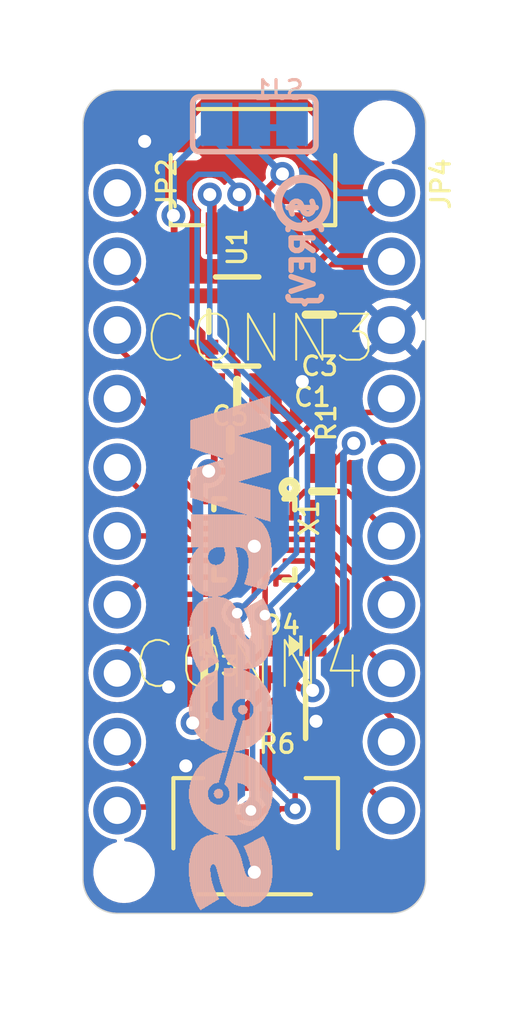
<source format=kicad_pcb>
(kicad_pcb (version 20221018) (generator pcbnew)
  (layers (0 "F.Cu" signal) (31 "B.Cu" signal) (34 "B.Paste" user) (35 "F.Paste" user) (36 "B.SilkS" user "B.Silkscreen") (37 "F.SilkS" user "F.Silkscreen") (38 "B.Mask" user) (39 "F.Mask" user) (44 "Edge.Cuts" user))
  (net 0 "")
  (net 1 "GND")
  (net 2 "3.3V")
  (net 3 "SDA")
  (net 4 "SCL")
  (net 5 "15")
  (net 6 "12")
  (net 7 "13")
  (net 8 "VCC")
  (net 9 "N$1")
  (net 10 "16")
  (net 11 "5")
  (net 12 "UPDI")
  (net 13 "N$4")
  (net 14 "14")
  (net 15 "RXD")
  (net 16 "TXD")
  (net 17 "0")
  (net 18 "1")
  (net 19 "2")
  (net 20 "3")
  (net 21 "VIN")
  (net 22 "N$2")
  (net 23 "10")
  (net 24 "11")
  (net 25 "4")
  (footprint "working:PLABEL15" (layer "F.Cu") (at 152.1841 93.4466 -90)
    (fp_text reference "PLABEL15" hide)
    (fp_text value "" hide)
  )
  (footprint "working:CHIPLED_0603_NOOUTLINE" (layer "F.Cu") (at 150.0251 110.3376 -90)
    (fp_text reference "D4" (at -0.762 1.27) (layer "F.SilkS") (effects (font (size 0.692831 0.692831) (thickness 0.119969)) (justify left)))
    (fp_text value "Red")
    (pad "A" smd rect (at 0 0.75 270) (size 0.8 0.8) (layers "F.Cu" "F.Paste" "F.Mask") (net 13 "N$4"))
    (pad "C" smd rect (at 0 -0.75 270) (size 0.8 0.8) (layers "F.Cu" "F.Paste" "F.Mask") (net 23 "10"))
  )
  (footprint "working:PLABEL6" (layer "F.Cu") (at 144.9451 116.3066 90)
    (fp_text reference "PLABEL6" hide)
    (fp_text value "" hide)
  )
  (footprint "working:PLABEL100" (layer "F.Cu") (at 145.3261 109.5756)
    (fp_text reference "PLABEL100" hide)
    (fp_text value "" hide)
  )
  (footprint "working:PLABEL27" (layer "F.Cu") (at 143.8021 92.6846)
    (fp_text reference "PLABEL27" hide)
    (fp_text value "" hide)
  )
  (footprint "working:PLABEL10" (layer "F.Cu") (at 152.1841 103.7336 90)
    (fp_text reference "PLABEL10" hide)
    (fp_text value "" hide)
  )
  (footprint "working:FIDUCIAL_1MM" (layer "F.Cu") (at 143.1671 90.9066)
    (fp_text reference "FID2" hide)
    (fp_text value "FIDUCIAL_1MM" hide)
    (pad "1" smd roundrect (at 0 0) (size 1 1) (layers "F.Cu" "F.Mask") (roundrect_rratio 0.5))
  )
  (footprint "working:JST_SH4" (layer "F.Cu") (at 148.5011 93.0656 180)
    (fp_text reference "CONN3" (at -4.6 -5.9) (layer "F.SilkS") (effects (font (size 1.703222 1.703222) (thickness 0.074778)) (justify right)))
    (fp_text value "STEMMA_I2C_QT" hide)
    (pad "1" smd rect (at -1.5 -2.006 270) (size 1.55 0.6) (layers "F.Cu" "F.Paste" "F.Mask") (net 1 "GND"))
    (pad "2" smd rect (at -0.5 -2.006 270) (size 1.55 0.6) (layers "F.Cu" "F.Paste" "F.Mask") (net 8 "VCC"))
    (pad "3" smd rect (at 0.5 -2.006 270) (size 1.55 0.6) (layers "F.Cu" "F.Paste" "F.Mask") (net 3 "SDA"))
    (pad "4" smd rect (at 1.5 -2.006 270) (size 1.55 0.6) (layers "F.Cu" "F.Paste" "F.Mask") (net 4 "SCL"))
    (pad "MT1" smd rect (at -2.8 1.894 270) (size 1.8 1.2) (layers "F.Cu" "F.Paste" "F.Mask") (net 1 "GND"))
    (pad "MT2" smd rect (at 2.8 1.894 270) (size 1.8 1.2) (layers "F.Cu" "F.Paste" "F.Mask") (net 1 "GND"))
  )
  (footprint "working:PLABEL12" (layer "F.Cu") (at 151.8031 113.7666)
    (fp_text reference "PLABEL12" hide)
    (fp_text value "" hide)
  )
  (footprint "working:CHIPLED_0603_NOOUTLINE" (layer "F.Cu") (at 146.7231 110.3376 90)
    (fp_text reference "D3" (at -0.762 1.27) (layer "F.SilkS") (effects (font (size 0.692831 0.692831) (thickness 0.119969)) (justify right)))
    (fp_text value "Green")
    (pad "A" smd rect (at 0 0.75 90) (size 0.8 0.8) (layers "F.Cu" "F.Paste" "F.Mask") (net 9 "N$1"))
    (pad "C" smd rect (at 0 -0.75 90) (size 0.8 0.8) (layers "F.Cu" "F.Paste" "F.Mask") (net 1 "GND"))
  )
  (footprint "working:PLABEL22" (layer "F.Cu") (at 144.5641 110.8456)
    (fp_text reference "PLABEL22" hide)
    (fp_text value "" hide)
  )
  (footprint "working:PLABEL32" (layer "F.Cu") (at 151.1681 103.4796)
    (fp_text reference "PLABEL32" hide)
    (fp_text value "" hide)
  )
  (footprint "working:PLABEL0" (layer "F.Cu") (at 144.6911 101.1936)
    (fp_text reference "PLABEL0" hide)
    (fp_text value "" hide)
  )
  (footprint "working:0603-NO" (layer "F.Cu") (at 147.6121 102.7176)
    (fp_text reference "C5" (at -0.762004 -0.888996) (layer "F.SilkS") (effects (font (size 0.692831 0.692831) (thickness 0.119969)) (justify left)))
    (fp_text value "0.1uF")
    (pad "1" smd rect (at -0.85 0) (size 1.075 1) (layers "F.Cu" "F.Paste" "F.Mask") (net 8 "VCC"))
    (pad "2" smd rect (at 0.85 0) (size 1.075 1) (layers "F.Cu" "F.Paste" "F.Mask") (net 1 "GND"))
  )
  (footprint "working:1X10_ROUND70" (layer "F.Cu") (at 143.4211 105.0036 -90)
    (fp_text reference "JP2" (at -12.7762 -1.8288 90) (layer "F.SilkS") (effects (font (size 0.692831 0.692831) (thickness 0.119969)) (justify right)))
    (fp_text value "")
    (pad "1" thru_hole circle (at -11.43 0) (size 1.778 1.778) (drill 1) (layers "*.Cu" "*.Mask") (net 17 "0"))
    (pad "2" thru_hole circle (at -8.89 0) (size 1.778 1.778) (drill 1) (layers "*.Cu" "*.Mask") (net 18 "1"))
    (pad "3" thru_hole circle (at -6.35 0) (size 1.778 1.778) (drill 1) (layers "*.Cu" "*.Mask") (net 19 "2"))
    (pad "4" thru_hole circle (at -3.81 0) (size 1.778 1.778) (drill 1) (layers "*.Cu" "*.Mask") (net 20 "3"))
    (pad "5" thru_hole circle (at -1.27 0) (size 1.778 1.778) (drill 1) (layers "*.Cu" "*.Mask") (net 25 "4"))
    (pad "6" thru_hole circle (at 1.27 0) (size 1.778 1.778) (drill 1) (layers "*.Cu" "*.Mask") (net 11 "5"))
    (pad "7" thru_hole circle (at 3.81 0) (size 1.778 1.778) (drill 1) (layers "*.Cu" "*.Mask") (net 15 "RXD"))
    (pad "8" thru_hole circle (at 6.35 0) (size 1.778 1.778) (drill 1) (layers "*.Cu" "*.Mask") (net 16 "TXD"))
    (pad "9" thru_hole circle (at 8.89 0) (size 1.778 1.778) (drill 1) (layers "*.Cu" "*.Mask") (net 3 "SDA"))
    (pad "10" thru_hole circle (at 11.43 0) (size 1.778 1.778) (drill 1) (layers "*.Cu" "*.Mask") (net 4 "SCL"))
  )
  (footprint "working:PLABEL19" (layer "F.Cu") (at 145.0721 96.6216)
    (fp_text reference "PLABEL19" hide)
    (fp_text value "" hide)
  )
  (footprint "working:PLABEL1" (layer "F.Cu") (at 144.6911 98.6536)
    (fp_text reference "PLABEL1" hide)
    (fp_text value "" hide)
  )
  (footprint "working:QFN20_3MM" (layer "F.Cu") (at 148.5011 106.4006 -90)
    (fp_text reference "X1" (at -1.524 -2.032 90) (layer "F.SilkS") (effects (font (size 0.692831 0.692831) (thickness 0.119969)) (justify right)))
    (fp_text value "ATTINY8X6_QFN")
    (pad "1" smd roundrect (at -1.4 -0.8 90) (size 0.7 0.2) (layers "F.Cu" "F.Paste" "F.Mask") (net 5 "15"))
    (pad "2" smd roundrect (at -1.4 -0.4 90) (size 0.7 0.2) (layers "F.Cu" "F.Paste" "F.Mask") (net 10 "16"))
    (pad "3" smd roundrect (at -1.4 0 90) (size 0.7 0.2) (layers "F.Cu" "F.Paste" "F.Mask") (net 1 "GND"))
    (pad "4" smd roundrect (at -1.4 0.4 90) (size 0.7 0.2) (layers "F.Cu" "F.Paste" "F.Mask") (net 8 "VCC"))
    (pad "5" smd roundrect (at -1.4 0.8 90) (size 0.7 0.2) (layers "F.Cu" "F.Paste" "F.Mask") (net 17 "0"))
    (pad "6" smd roundrect (at -0.8 1.4) (size 0.7 0.2) (layers "F.Cu" "F.Paste" "F.Mask") (net 18 "1"))
    (pad "7" smd roundrect (at -0.4 1.4) (size 0.7 0.2) (layers "F.Cu" "F.Paste" "F.Mask") (net 19 "2"))
    (pad "8" smd roundrect (at 0 1.4) (size 0.7 0.2) (layers "F.Cu" "F.Paste" "F.Mask") (net 20 "3"))
    (pad "9" smd roundrect (at 0.4 1.4) (size 0.7 0.2) (layers "F.Cu" "F.Paste" "F.Mask") (net 25 "4"))
    (pad "10" smd roundrect (at 0.8 1.4) (size 0.7 0.2) (layers "F.Cu" "F.Paste" "F.Mask") (net 11 "5"))
    (pad "11" smd roundrect (at 1.4 0.8 90) (size 0.7 0.2) (layers "F.Cu" "F.Paste" "F.Mask") (net 15 "RXD"))
    (pad "12" smd roundrect (at 1.4 0.4 90) (size 0.7 0.2) (layers "F.Cu" "F.Paste" "F.Mask") (net 16 "TXD"))
    (pad "13" smd roundrect (at 1.4 0 90) (size 0.7 0.2) (layers "F.Cu" "F.Paste" "F.Mask") (net 3 "SDA"))
    (pad "14" smd roundrect (at 1.4 -0.4 90) (size 0.7 0.2) (layers "F.Cu" "F.Paste" "F.Mask") (net 4 "SCL"))
    (pad "15" smd roundrect (at 1.4 -0.8 90) (size 0.7 0.2) (layers "F.Cu" "F.Paste" "F.Mask") (net 23 "10"))
    (pad "16" smd roundrect (at 0.8 -1.4) (size 0.7 0.2) (layers "F.Cu" "F.Paste" "F.Mask") (net 24 "11"))
    (pad "17" smd roundrect (at 0.4 -1.4) (size 0.7 0.2) (layers "F.Cu" "F.Paste" "F.Mask") (net 6 "12"))
    (pad "18" smd roundrect (at 0 -1.4) (size 0.7 0.2) (layers "F.Cu" "F.Paste" "F.Mask") (net 7 "13"))
    (pad "19" smd roundrect (at -0.4 -1.4) (size 0.7 0.2) (layers "F.Cu" "F.Paste" "F.Mask") (net 12 "UPDI"))
    (pad "20" smd roundrect (at -0.8 -1.4) (size 0.7 0.2) (layers "F.Cu" "F.Paste" "F.Mask") (net 14 "14"))
    (pad "PAD" smd roundrect (at 0 0 270) (size 1.6 1.6) (layers "F.Cu" "F.Paste" "F.Mask") (roundrect_rratio 0.125) (net 1 "GND"))
  )
  (footprint "working:PLABEL18" (layer "F.Cu") (at 144.8816 93.3196)
    (fp_text reference "PLABEL18" hide)
    (fp_text value "" hide)
  )
  (footprint "working:PLABEL30" (layer "F.Cu") (at 145.1991 106.6546)
    (fp_text reference "PLABEL30" hide)
    (fp_text value "" hide)
  )
  (footprint "working:PLABEL2" (layer "F.Cu") (at 144.8181 106.2736)
    (fp_text reference "PLABEL2" hide)
    (fp_text value "" hide)
  )
  (footprint "working:PLABEL17" (layer "F.Cu") (at 144.8181 96.2406)
    (fp_text reference "PLABEL17" hide)
    (fp_text value "" hide)
  )
  (footprint "working:PLABEL28" (layer "F.Cu") (at 144.8181 103.7336)
    (fp_text reference "PLABEL28" hide)
    (fp_text value "" hide)
  )
  (footprint "working:PLABEL33" (layer "F.Cu") (at 151.9301 106.7816)
    (fp_text reference "PLABEL33" hide)
    (fp_text value "" hide)
  )
  (footprint "working:JST_SH4" (layer "F.Cu") (at 148.5011 116.9416)
    (fp_text reference "CONN4" (at -4.6 -5.9) (layer "F.SilkS") (effects (font (size 1.703222 1.703222) (thickness 0.074778)) (justify left)))
    (fp_text value "STEMMA_I2C_QT" hide)
    (pad "1" smd rect (at -1.5 -2.006 90) (size 1.55 0.6) (layers "F.Cu" "F.Paste" "F.Mask") (net 1 "GND"))
    (pad "2" smd rect (at -0.5 -2.006 90) (size 1.55 0.6) (layers "F.Cu" "F.Paste" "F.Mask") (net 8 "VCC"))
    (pad "3" smd rect (at 0.5 -2.006 90) (size 1.55 0.6) (layers "F.Cu" "F.Paste" "F.Mask") (net 3 "SDA"))
    (pad "4" smd rect (at 1.5 -2.006 90) (size 1.55 0.6) (layers "F.Cu" "F.Paste" "F.Mask") (net 4 "SCL"))
    (pad "MT1" smd rect (at -2.8 1.894 90) (size 1.8 1.2) (layers "F.Cu" "F.Paste" "F.Mask") (net 1 "GND"))
    (pad "MT2" smd rect (at 2.8 1.894 90) (size 1.8 1.2) (layers "F.Cu" "F.Paste" "F.Mask") (net 1 "GND"))
  )
  (footprint "" (layer "F.Cu") (at 143.6751 118.7196)
    (fp_text reference "@HOLE1" hide)
    (fp_text value "" (at 0 0) (layer "F.SilkS") (effects (font (size 1.27 1.27))))
    (pad "" np_thru_hole circle (at 0 0) (size 1.778 1.778) (drill 1.778) (layers "*.Cu" "*.Mask"))
  )
  (footprint "working:PLABEL29" (layer "F.Cu") (at 145.1991 104.1146)
    (fp_text reference "PLABEL29" hide)
    (fp_text value "" hide)
  )
  (footprint "working:PLABEL13" (layer "F.Cu") (at 152.1841 98.6536)
    (fp_text reference "PLABEL13" hide)
    (fp_text value "" hide)
  )
  (footprint "working:PLABEL7" (layer "F.Cu") (at 152.6921 117.8306)
    (fp_text reference "PLABEL7" hide)
    (fp_text value "" hide)
  )
  (footprint "working:PLABEL3" (layer "F.Cu") (at 144.8181 108.8136)
    (fp_text reference "PLABEL3" hide)
    (fp_text value "" hide)
  )
  (footprint "working:PLABEL20" (layer "F.Cu") (at 145.0721 99.0346)
    (fp_text reference "PLABEL20" hide)
    (fp_text value "" hide)
  )
  (footprint "working:RESPACK_4X0603" (layer "F.Cu") (at 148.5011 112.3696 180)
    (fp_text reference "R6" (at -1.6 -1.6) (layer "F.SilkS") (effects (font (size 0.692831 0.692831) (thickness 0.119969)) (justify right)))
    (fp_text value "10K Pack")
    (pad "1" smd rect (at -1.3 0.85 180) (size 0.45 0.9) (layers "F.Cu" "F.Paste" "F.Mask") (net 8 "VCC"))
    (pad "2" smd rect (at -0.4 0.85 180) (size 0.45 0.9) (layers "F.Cu" "F.Paste" "F.Mask") (net 8 "VCC"))
    (pad "3" smd rect (at 0.4 0.85 180) (size 0.45 0.9) (layers "F.Cu" "F.Paste" "F.Mask") (net 13 "N$4"))
    (pad "4" smd rect (at 1.3 0.85 180) (size 0.45 0.9) (layers "F.Cu" "F.Paste" "F.Mask") (net 9 "N$1"))
    (pad "5" smd rect (at 1.3 -0.85 180) (size 0.45 0.9) (layers "F.Cu" "F.Paste" "F.Mask") (net 8 "VCC"))
    (pad "6" smd rect (at 0.4 -0.85 180) (size 0.45 0.9) (layers "F.Cu" "F.Paste" "F.Mask") (net 8 "VCC"))
    (pad "7" smd rect (at -0.4 -0.85 180) (size 0.45 0.9) (layers "F.Cu" "F.Paste" "F.Mask") (net 3 "SDA"))
    (pad "8" smd rect (at -1.3 -0.85 180) (size 0.45 0.9) (layers "F.Cu" "F.Paste" "F.Mask") (net 4 "SCL"))
  )
  (footprint "working:PLABEL4" (layer "F.Cu") (at 144.8181 111.3536)
    (fp_text reference "PLABEL4" hide)
    (fp_text value "" hide)
  )
  (footprint "" (layer "F.Cu") (at 153.3271 91.2876)
    (fp_text reference "@HOLE0" hide)
    (fp_text value "" (at 0 0) (layer "F.SilkS") (effects (font (size 1.27 1.27))))
    (pad "" np_thru_hole circle (at 0 0) (size 1.778 1.778) (drill 1.778) (layers "*.Cu" "*.Mask"))
  )
  (footprint "working:PLABEL21" (layer "F.Cu") (at 145.0721 101.7016)
    (fp_text reference "PLABEL21" hide)
    (fp_text value "" hide)
  )
  (footprint "working:PLABEL25" (layer "F.Cu") (at 144.5641 95.8596)
    (fp_text reference "PLABEL25" hide)
    (fp_text value "" hide)
  )
  (footprint "working:PLABEL14" (layer "F.Cu") (at 151.8031 95.7326)
    (fp_text reference "PLABEL14" hide)
    (fp_text value "" hide)
  )
  (footprint "working:PLABEL5" (layer "F.Cu") (at 144.8181 113.8301 90)
    (fp_text reference "PLABEL5" hide)
    (fp_text value "" hide)
  )
  (footprint "working:1X10_ROUND70" (layer "F.Cu") (at 153.5811 105.0036 -90)
    (fp_text reference "JP4" (at -12.7762 -1.8288 90) (layer "F.SilkS") (effects (font (size 0.692831 0.692831) (thickness 0.119969)) (justify right)))
    (fp_text value "")
    (pad "1" thru_hole circle (at -11.43 0) (size 1.778 1.778) (drill 1) (layers "*.Cu" "*.Mask") (net 21 "VIN"))
    (pad "2" thru_hole circle (at -8.89 0) (size 1.778 1.778) (drill 1) (layers "*.Cu" "*.Mask") (net 2 "3.3V"))
    (pad "3" thru_hole circle (at -6.35 0) (size 1.778 1.778) (drill 1) (layers "*.Cu" "*.Mask") (net 1 "GND"))
    (pad "4" thru_hole circle (at -3.81 0) (size 1.778 1.778) (drill 1) (layers "*.Cu" "*.Mask") (net 10 "16"))
    (pad "5" thru_hole circle (at -1.27 0) (size 1.778 1.778) (drill 1) (layers "*.Cu" "*.Mask") (net 5 "15"))
    (pad "6" thru_hole circle (at 1.27 0) (size 1.778 1.778) (drill 1) (layers "*.Cu" "*.Mask") (net 14 "14"))
    (pad "7" thru_hole circle (at 3.81 0) (size 1.778 1.778) (drill 1) (layers "*.Cu" "*.Mask") (net 12 "UPDI"))
    (pad "8" thru_hole circle (at 6.35 0) (size 1.778 1.778) (drill 1) (layers "*.Cu" "*.Mask") (net 7 "13"))
    (pad "9" thru_hole circle (at 8.89 0) (size 1.778 1.778) (drill 1) (layers "*.Cu" "*.Mask") (net 6 "12"))
    (pad "10" thru_hole circle (at 11.43 0) (size 1.778 1.778) (drill 1) (layers "*.Cu" "*.Mask") (net 24 "11"))
  )
  (footprint "working:PLABEL26" (layer "F.Cu") (at 151.9301 117.4496)
    (fp_text reference "PLABEL26" hide)
    (fp_text value "" hide)
  )
  (footprint "working:PLABEL11" (layer "F.Cu") (at 151.8031 101.1936)
    (fp_text reference "PLABEL11" hide)
    (fp_text value "" hide)
  )
  (footprint "working:SOT23-5" (layer "F.Cu") (at 147.8661 98.3361 90)
    (fp_text reference "U1" (at 1.978 0 90) (layer "F.SilkS") (effects (font (size 0.692831 0.692831) (thickness 0.119969)) (justify left)))
    (fp_text value "AP2127K-3.3")
    (pad "1" smd rect (at -0.95 1.3001 90) (size 0.55 1.2) (layers "F.Cu" "F.Paste" "F.Mask") (net 21 "VIN"))
    (pad "2" smd rect (at 0 1.3001 90) (size 0.55 1.2) (layers "F.Cu" "F.Paste" "F.Mask") (net 1 "GND"))
    (pad "3" smd rect (at 0.95 1.3001 90) (size 0.55 1.2) (layers "F.Cu" "F.Paste" "F.Mask") (net 21 "VIN"))
    (pad "4" smd rect (at 0.95 -1.3001 90) (size 0.55 1.2) (layers "F.Cu" "F.Paste" "F.Mask"))
    (pad "5" smd rect (at -0.95 -1.3001 90) (size 0.55 1.2) (layers "F.Cu" "F.Paste" "F.Mask") (net 2 "3.3V"))
  )
  (footprint "working:PLABEL23" (layer "F.Cu") (at 152.1841 101.0666)
    (fp_text reference "PLABEL23" hide)
    (fp_text value "" hide)
  )
  (footprint "working:PLABEL9" (layer "F.Cu") (at 152.0571 106.7816)
    (fp_text reference "PLABEL9" hide)
    (fp_text value "" hide)
  )
  (footprint "working:PLABEL24" (layer "F.Cu") (at 144.5641 92.9386)
    (fp_text reference "PLABEL24" hide)
    (fp_text value "" hide)
  )
  (footprint "working:FIDUCIAL_1MM" (layer "F.Cu") (at 153.0731 119.4816)
    (fp_text reference "FID1" hide)
    (fp_text value "FIDUCIAL_1MM" hide)
    (pad "1" smd roundrect (at 0 0) (size 1 1) (layers "F.Cu" "F.Mask") (roundrect_rratio 0.5))
  )
  (footprint "working:PLABEL31" (layer "F.Cu") (at 151.2951 100.6856)
    (fp_text reference "PLABEL31" hide)
    (fp_text value "" hide)
  )
  (footprint "working:0805-NO" (layer "F.Cu") (at 150.9141 98.0821 -90)
    (fp_text reference "C3" (at 1.905 -0.762) (layer "F.SilkS") (effects (font (size 0.692831 0.692831) (thickness 0.119969)) (justify right)))
    (fp_text value "10uF")
    (pad "1" smd rect (at -0.95 0 270) (size 1.24 1.5) (layers "F.Cu" "F.Paste" "F.Mask") (net 21 "VIN"))
    (pad "2" smd rect (at 0.95 0 270) (size 1.24 1.5) (layers "F.Cu" "F.Paste" "F.Mask") (net 1 "GND"))
  )
  (footprint "working:0805_10MGAP" (layer "F.Cu") (at 147.8661 101.0031)
    (fp_text reference "C1" (at 2.032 0.127) (layer "F.SilkS") (effects (font (size 0.692831 0.692831) (thickness 0.119969)) (justify left)))
    (fp_text value "10uF")
    (pad "1" smd rect (at -1.05 0) (size 1.2 1.5) (layers "F.Cu" "F.Paste" "F.Mask") (net 2 "3.3V"))
    (pad "2" smd rect (at 1.05 0) (size 1.2 1.5) (layers "F.Cu" "F.Paste" "F.Mask") (net 1 "GND"))
  )
  (footprint "working:PLABEL8" (layer "F.Cu") (at 151.7396 111.3536)
    (fp_text reference "PLABEL8" hide)
    (fp_text value "" hide)
  )
  (footprint "working:0603-NO" (layer "F.Cu") (at 151.0411 104.6226 90)
    (fp_text reference "R1" (at 1.778 0.127 90) (layer "F.SilkS") (effects (font (size 0.692831 0.692831) (thickness 0.119969)) (justify left)))
    (fp_text value "10K")
    (pad "1" smd rect (at -0.85 0 90) (size 1.075 1) (layers "F.Cu" "F.Paste" "F.Mask") (net 12 "UPDI"))
    (pad "2" smd rect (at 0.85 0 90) (size 1.075 1) (layers "F.Cu" "F.Paste" "F.Mask") (net 8 "VCC"))
  )
  (footprint "working:PLABEL39" (layer "B.Cu") (at 145.0721 108.8136 90)
    (fp_text reference "PLABEL39" hide)
    (fp_text value "" hide)
  )
  (footprint "working:PLABEL51" (layer "B.Cu") (at 151.9301 98.6536 90)
    (fp_text reference "PLABEL51" hide)
    (fp_text value "" hide)
  )
  (footprint "working:PLABEL54" (layer "B.Cu") (at 145.0721 93.7006 90)
    (fp_text reference "PLABEL54" hide)
    (fp_text value "" hide)
  )
  (footprint "working:PLABEL35" (layer "B.Cu") (at 145.0721 103.7336 90)
    (fp_text reference "PLABEL35" hide)
    (fp_text value "" hide)
  )
  (footprint "working:PLABEL49" (layer "B.Cu") (at 152.0571 116.4336 90)
    (fp_text reference "PLABEL49" hide)
    (fp_text value "" hide)
  )
  (footprint "working:PLABEL43" (layer "B.Cu") (at 145.0721 96.1136 90)
    (fp_text reference "PLABEL43" hide)
    (fp_text value "" hide)
  )
  (footprint "working:PLABEL42" (layer "B.Cu") (at 145.0721 116.5606 90)
    (fp_text reference "PLABEL42" hide)
    (fp_text value "" hide)
  )
  (footprint "working:PLABEL53" (layer "B.Cu") (at 152.0571 93.7006 90)
    (fp_text reference "PLABEL53" hide)
    (fp_text value "" hide)
  )
  (footprint "working:PCBFEAT-REV-040" (layer "B.Cu") (at 150.2791 93.9546 -90)
    (fp_text reference "U$12" hide)
    (fp_text value "" hide)
    (fp_text user "${REV}" (at -0.3556 -0.508 90) (layer "B.SilkS") (effects (font (size 0.8128 0.8128) (thickness 0.2032)) (justify left bottom mirror)))
  )
  (footprint "working:PLABEL101" (layer "B.Cu") (at 149.1361 95.0976 90)
    (fp_text reference "PLABEL101" hide)
    (fp_text value "" hide)
  )
  (footprint "working:PLABEL48" (layer "B.Cu") (at 151.9301 101.1936 90)
    (fp_text reference "PLABEL48" hide)
    (fp_text value "" hide)
  )
  (footprint "working:PLABEL46" (layer "B.Cu") (at 151.9301 105.8926 90)
    (fp_text reference "PLABEL46" hide)
    (fp_text value "" hide)
  )
  (footprint "working:PLABEL55" (layer "B.Cu") (at 144.3101 90.5256 180)
    (fp_text reference "PLABEL55" hide)
    (fp_text value "" hide)
  )
  (footprint "working:PLABEL40" (layer "B.Cu") (at 145.0721 111.2266 90)
    (fp_text reference "PLABEL40" hide)
    (fp_text value "" hide)
  )
  (footprint "working:PLABEL38" (layer "B.Cu") (at 145.0721 106.2736 90)
    (fp_text reference "PLABEL38" hide)
    (fp_text value "" hide)
  )
  (footprint "working:PLABEL44" (layer "B.Cu") (at 152.0571 113.8936 90)
    (fp_text reference "PLABEL44" hide)
    (fp_text value "" hide)
  )
  (footprint "working:SEESAW_LOGO" (layer "B.Cu") (at 146.0881 120.1166 90)
    (fp_text reference "U$7" hide)
    (fp_text value "" hide)
  )
  (footprint "working:PLABEL47" (layer "B.Cu") (at 151.9301 103.7336 90)
    (fp_text reference "PLABEL47" hide)
    (fp_text value "" hide)
  )
  (footprint "working:PLABEL37" (layer "B.Cu") (at 145.0721 98.6536 90)
    (fp_text reference "PLABEL37" hide)
    (fp_text value "" hide)
  )
  (footprint "working:PLABEL57" (layer "B.Cu") (at 149.5171 119.6086 90)
    (fp_text reference "PLABEL57" hide)
    (fp_text value "" hide)
  )
  (footprint "working:PLABEL41" (layer "B.Cu") (at 144.9451 113.9571 90)
    (fp_text reference "PLABEL41" hide)
    (fp_text value "" hide)
  )
  (footprint "working:PLABEL52" (layer "B.Cu") (at 152.0571 96.2406 90)
    (fp_text reference "PLABEL52" hide)
    (fp_text value "" hide)
  )
  (footprint "working:PLABEL45" (layer "B.Cu") (at 152.0571 111.5441 90)
    (fp_text reference "PLABEL45" hide)
    (fp_text value "" hide)
  )
  (footprint "working:PLABEL58" (layer "B.Cu") (at 151.5491 91.1606 90)
    (fp_text reference "PLABEL58" hide)
    (fp_text value "" hide)
  )
  (footprint "working:PLABEL56" (layer "B.Cu") (at 148.3741 92.8116 180)
    (fp_text reference "PLABEL56" hide)
    (fp_text value "" hide)
  )
  (footprint "working:PLABEL36" (layer "B.Cu") (at 145.0721 101.3206 90)
    (fp_text reference "PLABEL36" hide)
    (fp_text value "" hide)
  )
  (footprint "working:PLABEL50" (layer "B.Cu") (at 151.9936 108.8136 90)
    (fp_text reference "PLABEL50" hide)
    (fp_text value "" hide)
  )
  (footprint "working:SOLDERJUMPER_2WAY_OPEN_NOPASTE" (layer "B.Cu") (at 148.5011 91.0336 180)
    (fp_text reference "SJ1" (at -1.905 1.27) (layer "B.SilkS") (effects (font (size 0.692831 0.692831) (thickness 0.119969)) (justify left mirror)))
    (fp_text value "")
    (pad "1" smd rect (at -1.397 0 180) (size 1.1684 1.6002) (layers "B.Cu") (net 21 "VIN"))
    (pad "2" smd rect (at 0 0 180) (size 1.1684 1.6002) (layers "B.Cu") (net 8 "VCC"))
    (pad "3" smd rect (at 1.397 0 180) (size 1.1684 1.6002) (layers "B.Cu") (net 2 "3.3V"))
  )
  (gr_line (start 153.5811 89.7636) (end 143.4211 89.7636) (stroke (width 0.05)) (layer "Edge.Cuts"))
  (gr_line (start 142.1511 91.0336) (end 142.1511 118.9736) (stroke (width 0.05)) (layer "Edge.Cuts"))
  (gr_line (start 154.8511 118.9736) (end 154.8511 91.0336) (stroke (width 0.05)) (layer "Edge.Cuts"))
  (gr_arc (start 153.5811 89.7636) (mid 154.479126 90.135574) (end 154.8511 91.0336) (stroke (width 0.05)) (layer "Edge.Cuts"))
  (gr_arc (start 154.8511 118.9736) (mid 154.479126 119.871626) (end 153.5811 120.2436) (stroke (width 0.05)) (layer "Edge.Cuts"))
  (gr_arc (start 142.1511 91.0336) (mid 142.523074 90.135574) (end 143.4211 89.7636) (stroke (width 0.05)) (layer "Edge.Cuts"))
  (gr_arc (start 143.4211 120.2436) (mid 142.523074 119.871626) (end 142.1511 118.9736) (stroke (width 0.05)) (layer "Edge.Cuts"))
  (gr_line (start 143.4211 120.2436) (end 153.5811 120.2436) (stroke (width 0.05)) (layer "Edge.Cuts"))
  (segment (start 149.1662 98.3361) (end 150.2181 98.3361) (width 0.254) (layer "F.Cu") (net 1))
  (segment (start 148.5011 105.0006) (end 148.5011 102.7566) (width 0.2032) (layer "F.Cu") (net 1))
  (segment (start 148.5011 105.0006) (end 148.5011 106.4006) (width 0.2032) (layer "F.Cu") (net 1))
  (segment (start 148.5011 102.7566) (end 148.4621 102.7176) (width 0.2032) (layer "F.Cu") (net 1))
  (segment (start 150.2181 98.3361) (end 150.9141 99.0321) (width 0.254) (layer "F.Cu") (net 1))
  (via (at 148.5011 118.7196) (size 0.889) (drill 0.4826) (layers "F.Cu" "B.Cu") (net 1))
  (via (at 144.4371 91.6686) (size 0.889) (drill 0.4826) (layers "F.Cu" "B.Cu") (net 1))
  (via (at 145.9611 114.7826) (size 0.889) (drill 0.4826) (layers "F.Cu" "B.Cu") (net 1))
  (via (at 145.3261 111.8616) (size 0.889) (drill 0.4826) (layers "F.Cu" "B.Cu") (net 1))
  (via (at 150.2791 100.5586) (size 0.889) (drill 0.4826) (layers "F.Cu" "B.Cu") (net 1))
  (via (at 148.5011 106.6546) (size 0.889) (drill 0.4826) (layers "F.Cu" "B.Cu") (net 1))
  (via (at 150.7871 113.1316) (size 0.889) (drill 0.4826) (layers "F.Cu" "B.Cu") (net 1))
  (segment (start 146.8161 99.5362) (end 146.566 99.2861) (width 0.254) (layer "F.Cu") (net 2))
  (segment (start 146.566 98.7781) (end 145.5293 97.7414) (width 0.254) (layer "F.Cu") (net 2))
  (segment (start 146.566 99.2861) (end 146.566 98.7781) (width 0.254) (layer "F.Cu") (net 2))
  (segment (start 145.5293 94.43565) (end 145.504675 94.411025) (width 0.254) (layer "F.Cu") (net 2))
  (segment (start 146.8161 101.0031) (end 146.8161 99.5362) (width 0.254) (layer "F.Cu") (net 2))
  (segment (start 145.5293 97.7414) (end 145.5293 94.43565) (width 0.254) (layer "F.Cu") (net 2))
  (via (at 145.504675 94.411025) (size 0.889) (drill 0.4826) (layers "F.Cu" "B.Cu") (net 2))
  (segment (start 147.1041 91.6686) (end 147.1041 91.0336) (width 0.254) (layer "B.Cu") (net 2))
  (segment (start 151.5491 96.1136) (end 147.1041 91.6686) (width 0.254) (layer "B.Cu") (net 2))
  (segment (start 145.504675 92.633025) (end 147.1041 91.0336) (width 0.254) (layer "B.Cu") (net 2))
  (segment (start 145.504675 94.411025) (end 145.504675 92.633025) (width 0.254) (layer "B.Cu") (net 2))
  (segment (start 151.5491 96.1136) (end 153.5811 96.1136) (width 0.254) (layer "B.Cu") (net 2))
  (segment (start 148.5011 108.4961) (end 147.8661 109.1311) (width 0.2032) (layer "F.Cu") (net 3))
  (segment (start 143.4211 114.1476) (end 145.9611 116.6876) (width 0.2032) (layer "F.Cu") (net 3))
  (segment (start 148.3741 116.4336) (end 148.3741 116.6876) (width 0.2032) (layer "F.Cu") (net 3))
  (segment (start 148.6121 116.6876) (end 148.3741 116.6876) (width 0.2032) (layer "F.Cu") (net 3))
  (segment (start 149.0011 114.9356) (end 149.0011 113.3196) (width 0.2032) (layer "F.Cu") (net 3))
  (segment (start 149.0011 113.3196) (end 148.9011 113.2196) (width 0.2032) (layer "F.Cu") (net 3))
  (segment (start 145.9611 116.6876) (end 148.3741 116.6876) (width 0.2032) (layer "F.Cu") (net 3))
  (segment (start 149.0011 116.2986) (end 148.6121 116.6876) (width 0.2032) (layer "F.Cu") (net 3))
  (segment (start 148.0011 93.6959) (end 147.9423 93.6371) (width 0.2032) (layer "F.Cu") (net 3))
  (segment (start 149.0011 114.9356) (end 149.0011 116.2986) (width 0.2032) (layer "F.Cu") (net 3))
  (segment (start 143.4211 113.8936) (end 143.4211 114.1476) (width 0.2032) (layer "F.Cu") (net 3))
  (segment (start 148.0011 95.0716) (end 148.0011 93.6959) (width 0.2032) (layer "F.Cu") (net 3))
  (segment (start 148.5011 107.8006) (end 148.5011 108.4961) (width 0.2032) (layer "F.Cu") (net 3))
  (via (at 147.8661 109.1311) (size 0.8001) (drill 0.3937) (layers "F.Cu" "B.Cu") (net 3))
  (via (at 147.9423 93.6371) (size 0.889) (drill 0.4826) (layers "F.Cu" "B.Cu") (net 3))
  (via (at 148.3741 116.4336) (size 0.8001) (drill 0.3937) (layers "F.Cu" "B.Cu") (net 3))
  (segment (start 146.1008 93.199725) (end 146.1008 93.947475) (width 0.2032) (layer "B.Cu") (net 3))
  (segment (start 147.350975 92.8878) (end 146.412725 92.8878) (width 0.2032) (layer "B.Cu") (net 3))
  (segment (start 146.1008 93.947475) (end 146.3802 94.226875) (width 0.2032) (layer "B.Cu") (net 3))
  (segment (start 147.9423 93.479125) (end 147.350975 92.8878) (width 0.2032) (layer "B.Cu") (net 3))
  (segment (start 147.9423 93.6371) (end 147.9423 93.479125) (width 0.2032) (layer "B.Cu") (net 3))
  (segment (start 150.0632 102.758938) (end 150.0632 106.911569) (width 0.2032) (layer "B.Cu") (net 3))
  (segment (start 147.8661 109.7661) (end 147.8661 109.1311) (width 0.2032) (layer "B.Cu") (net 3))
  (segment (start 146.3802 94.226875) (end 146.3802 99.075938) (width 0.2032) (layer "B.Cu") (net 3))
  (segment (start 148.3741 116.4336) (end 148.4376 116.3701) (width 0.2032) (layer "B.Cu") (net 3))
  (segment (start 147.8661 109.1311) (end 147.8661 109.108669) (width 0.2032) (layer "B.Cu") (net 3))
  (segment (start 146.412725 92.8878) (end 146.1008 93.199725) (width 0.2032) (layer "B.Cu") (net 3))
  (segment (start 150.0632 106.911569) (end 147.8661 109.108669) (width 0.2032) (layer "B.Cu") (net 3))
  (segment (start 148.4376 110.3376) (end 147.8661 109.7661) (width 0.2032) (layer "B.Cu") (net 3))
  (segment (start 148.4376 110.3376) (end 148.4376 116.3701) (width 0.2032) (layer "B.Cu") (net 3))
  (segment (start 146.3802 99.075938) (end 150.0632 102.758938) (width 0.2032) (layer "B.Cu") (net 3))
  (segment (start 150.0011 114.9356) (end 150.0124 114.4389) (width 0.2032) (layer "F.Cu") (net 4))
  (segment (start 150.0011 113.4196) (end 149.8011 113.2196) (width 0.2032) (layer "F.Cu") (net 4))
  (segment (start 148.725468 117.11305) (end 149.468418 116.3701) (width 0.2032) (layer "F.Cu") (net 4))
  (segment (start 150.0124 114.4389) (end 150.0124 116.3701) (width 0.2032) (layer "F.Cu") (net 4))
  (segment (start 147.0011 95.0716) (end 147.0011 93.7881) (width 0.2032) (layer "F.Cu") (net 4))
  (segment (start 145.62455 117.11305) (end 144.818096 116.3066) (width 0.2032) (layer "F.Cu") (net 4))
  (segment (start 144.818096 116.3066) (end 143.5481 116.3066) (width 0.2032) (layer "F.Cu") (net 4))
  (segment (start 150.0011 114.9356) (end 150.0011 113.4196) (width 0.2032) (layer "F.Cu") (net 4))
  (segment (start 148.9011 109.197482) (end 148.89485 109.203732) (width 0.2032) (layer "F.Cu") (net 4))
  (segment (start 147.0011 93.7881) (end 146.8501 93.6371) (width 0.2032) (layer "F.Cu") (net 4))
  (segment (start 149.468418 116.3701) (end 150.0124 116.3701) (width 0.2032) (layer "F.Cu") (net 4))
  (segment (start 143.4211 116.4336) (end 143.5481 116.3066) (width 0.2032) (layer "F.Cu") (net 4))
  (segment (start 145.62455 117.11305) (end 148.725468 117.11305) (width 0.2032) (layer "F.Cu") (net 4))
  (segment (start 148.9011 107.8006) (end 148.9011 109.197482) (width 0.2032) (layer "F.Cu") (net 4))
  (via (at 146.8501 93.6371) (size 0.889) (drill 0.4826) (layers "F.Cu" "B.Cu") (net 4))
  (via (at 148.89485 109.203732) (size 0.8001) (drill 0.3937) (layers "F.Cu" "B.Cu") (net 4))
  (via (at 150.0124 116.3701) (size 0.8001) (drill 0.3937) (layers "F.Cu" "B.Cu") (net 4))
  (segment (start 148.89485 109.203732) (end 148.903981 109.1946) (width 0.2032) (layer "B.Cu") (net 4))
  (segment (start 146.8501 93.6371) (end 146.8501 98.9711) (width 0.2032) (layer "B.Cu") (net 4))
  (segment (start 146.8501 98.9711) (end 150.4696 102.5906) (width 0.2032) (layer "B.Cu") (net 4))
  (segment (start 150.4696 107.501982) (end 148.89485 109.076732) (width 0.2032) (layer "B.Cu") (net 4))
  (segment (start 148.8821 115.2398) (end 150.0124 116.3701) (width 0.2032) (layer "B.Cu") (net 4))
  (segment (start 150.4696 102.5906) (end 150.4696 107.501982) (width 0.2032) (layer "B.Cu") (net 4))
  (segment (start 148.89485 109.076732) (end 148.89485 109.203732) (width 0.2032) (layer "B.Cu") (net 4))
  (segment (start 148.903981 109.1946) (end 148.8821 115.2398) (width 0.2032) (layer "B.Cu") (net 4))
  (segment (start 153.5811 103.32085) (end 153.5811 103.7336) (width 0.2032) (layer "F.Cu") (net 5))
  (segment (start 152.8191 102.0826) (end 153.5811 103.32085) (width 0.2032) (layer "F.Cu") (net 5))
  (segment (start 149.3011 105.0006) (end 149.3011 104.079969) (width 0.2032) (layer "F.Cu") (net 5))
  (segment (start 151.298468 102.0826) (end 152.8191 102.0826) (width 0.2032) (layer "F.Cu") (net 5))
  (segment (start 149.3011 104.079969) (end 151.298468 102.0826) (width 0.2032) (layer "F.Cu") (net 5))
  (segment (start 151.9301 107.955419) (end 151.9301 111.354969) (width 0.2032) (layer "F.Cu") (net 6))
  (segment (start 153.5811 113.005969) (end 153.5811 113.8936) (width 0.2032) (layer "F.Cu") (net 6))
  (segment (start 149.9011 106.8006) (end 150.775281 106.8006) (width 0.2032) (layer "F.Cu") (net 6))
  (segment (start 151.9301 111.354969) (end 153.5811 113.005969) (width 0.2032) (layer "F.Cu") (net 6))
  (segment (start 150.775281 106.8006) (end 151.9301 107.955419) (width 0.2032) (layer "F.Cu") (net 6))
  (segment (start 152.3111 107.7976) (end 152.3111 110.0836) (width 0.2032) (layer "F.Cu") (net 7))
  (segment (start 152.3111 110.0836) (end 153.5811 111.3536) (width 0.2032) (layer "F.Cu") (net 7))
  (segment (start 149.9011 106.4006) (end 150.9141 106.4006) (width 0.2032) (layer "F.Cu") (net 7))
  (segment (start 150.9141 106.4006) (end 152.3111 107.7976) (width 0.2032) (layer "F.Cu") (net 7))
  (segment (start 150.1821 111.9006) (end 149.8011 111.5196) (width 0.254) (layer "F.Cu") (net 8))
  (segment (start 147.6796 103.8733) (end 146.808525 103.8733) (width 0.254) (layer "F.Cu") (net 8))
  (segment (start 148.1011 105.0006) (end 148.1011 104.2948) (width 0.2032) (layer "F.Cu") (net 8))
  (segment (start 148.0011 113.3196) (end 148.1011 113.2196) (width 0.4064) (layer "F.Cu") (net 8))
  (segment (start 149.0011 96.2486) (end 149.0011 95.0716) (width 0.254) (layer "F.Cu") (net 8))
  (segment (start 151.2561 103.7726) (end 151.0411 103.7726) (width 0.254) (layer "F.Cu") (net 8))
  (segment (start 148.9011 111.5196) (end 149.8011 111.5196) (width 0.4064) (layer "F.Cu") (net 8))
  (segment (start 147.2011 113.2196) (end 146.2396 113.2196) (width 0.4064) (layer "F.Cu") (net 8))
  (segment (start 151.2561 103.7726) (end 152.1841 102.8446) (width 0.254) (layer "F.Cu") (net 8))
  (segment (start 148.1201 96.5581) (end 147.6756 97.0026) (width 0.254) (layer "F.Cu") (net 8))
  (segment (start 148.1201 96.5581) (end 148.6916 96.5581) (width 0.254) (layer "F.Cu") (net 8))
  (segment (start 146.2396 113.2196) (end 146.2151 113.1951) (width 0.4064) (layer "F.Cu") (net 8))
  (segment (start 148.0011 114.9356) (end 148.0011 113.3196) (width 0.4064) (layer "F.Cu") (net 8))
  (segment (start 147.9011 113.2196) (end 148.0011 113.3196) (width 0.4064) (layer "F.Cu") (net 8))
  (segment (start 148.9011 111.9696) (end 148.0011 112.8696) (width 0.4064) (layer "F.Cu") (net 8))
  (segment (start 150.6601 111.9886) (end 150.6601 111.9006) (width 0.254) (layer "F.Cu") (net 8))
  (segment (start 146.8891 102.7176) (end 146.7621 102.7176) (width 0.254) (layer "F.Cu") (net 8))
  (segment (start 150.6601 111.9006) (end 150.1821 111.9006) (width 0.254) (layer "F.Cu") (net 8))
  (segment (start 146.7621 102.7176) (end 147.0161 102.9716) (width 0.254) (layer "F.Cu") (net 8))
  (segment (start 148.1011 104.2948) (end 147.6796 103.8733) (width 0.2032) (layer "F.Cu") (net 8))
  (segment (start 149.0011 93.4165) (end 149.5425 92.8751) (width 0.254) (layer "F.Cu") (net 8))
  (segment (start 147.8661 99.8601) (end 147.8661 101.7406) (width 0.254) (layer "F.Cu") (net 8))
  (segment (start 147.8661 101.7406) (end 146.8891 102.7176) (width 0.254) (layer "F.Cu") (net 8))
  (segment (start 148.6916 96.5581) (end 149.0011 96.2486) (width 0.254) (layer "F.Cu") (net 8))
  (segment (start 146.808525 103.8733) (end 147.0161 103.8733) (width 0.4064) (layer "F.Cu") (net 8))
  (segment (start 147.2011 113.2196) (end 147.9011 113.2196) (width 0.4064) (layer "F.Cu") (net 8))
  (segment (start 147.6756 97.0026) (end 147.6756 99.6696) (width 0.254) (layer "F.Cu") (net 8))
  (segment (start 148.9011 111.5196) (end 148.9011 111.9696) (width 0.4064) (layer "F.Cu") (net 8))
  (segment (start 148.0011 112.8696) (end 148.0011 113.3196) (width 0.4064) (layer "F.Cu") (net 8))
  (segment (start 147.6756 99.6696) (end 147.8661 99.8601) (width 0.254) (layer "F.Cu") (net 8))
  (segment (start 147.0161 102.9716) (end 147.0161 103.8733) (width 0.254) (layer "F.Cu") (net 8))
  (segment (start 149.0011 95.0716) (end 149.0011 93.4165) (width 0.254) (layer "F.Cu") (net 8))
  (via (at 149.5425 92.8751) (size 0.889) (drill 0.4826) (layers "F.Cu" "B.Cu") (net 8))
  (via (at 146.808525 103.8733) (size 0.889) (drill 0.4826) (layers "F.Cu" "B.Cu") (net 8))
  (via (at 150.6601 111.9886) (size 0.889) (drill 0.4826) (layers "F.Cu" "B.Cu") (net 8))
  (via (at 146.2151 113.1951) (size 0.889) (drill 0.4826) (layers "F.Cu" "B.Cu") (net 8))
  (via (at 152.1841 102.8446) (size 0.889) (drill 0.4826) (layers "F.Cu" "B.Cu") (net 8))
  (segment (start 152.1841 102.8446) (end 151.8031 103.2256) (width 0.254) (layer "B.Cu") (net 8))
  (segment (start 151.8031 109.5756) (end 150.6601 110.7186) (width 0.254) (layer "B.Cu") (net 8))
  (segment (start 150.6601 110.7186) (end 150.6601 111.9886) (width 0.254) (layer "B.Cu") (net 8))
  (segment (start 148.5011 91.8337) (end 148.5011 91.0336) (width 0.254) (layer "B.Cu") (net 8))
  (segment (start 149.5425 92.8751) (end 148.5011 91.8337) (width 0.254) (layer "B.Cu") (net 8))
  (segment (start 146.808525 103.8733) (end 146.4056 104.276225) (width 0.4064) (layer "B.Cu") (net 8))
  (segment (start 146.4056 104.276225) (end 146.4056 104.3813) (width 0.4064) (layer "B.Cu") (net 8))
  (segment (start 151.8031 103.2256) (end 151.8031 109.5756) (width 0.254) (layer "B.Cu") (net 8))
  (segment (start 146.4056 104.3813) (end 146.405596 113.004604) (width 0.4064) (layer "B.Cu") (net 8))
  (segment (start 146.405596 113.004604) (end 146.2151 113.1951) (width 0.4064) (layer "B.Cu") (net 8))
  (segment (start 147.2011 111.5196) (end 147.2011 111.1176) (width 0.2032) (layer "F.Cu") (net 9))
  (segment (start 147.4731 110.8456) (end 147.4731 110.3376) (width 0.2032) (layer "F.Cu") (net 9))
  (segment (start 147.4731 110.8456) (end 147.2011 111.1176) (width 0.2032) (layer "F.Cu") (net 9))
  (segment (start 153.0731 101.7016) (end 151.0411 101.7016) (width 0.2032) (layer "F.Cu") (net 10))
  (segment (start 148.9011 105.0006) (end 148.9011 103.8416) (width 0.2032) (layer "F.Cu") (net 10))
  (segment (start 151.0411 101.7016) (end 148.9011 103.8416) (width 0.2032) (layer "F.Cu") (net 10))
  (segment (start 153.5811 101.1936) (end 153.0731 101.7016) (width 0.2032) (layer "F.Cu") (net 10))
  (segment (start 147.1011 107.2006) (end 147.0821 107.1816) (width 0.2032) (layer "F.Cu") (net 11))
  (segment (start 144.867525 106.2736) (end 143.4211 106.2736) (width 0.2032) (layer "F.Cu") (net 11))
  (segment (start 147.0821 107.1816) (end 145.775525 107.1816) (width 0.2032) (layer "F.Cu") (net 11))
  (segment (start 145.775525 107.1816) (end 144.867525 106.2736) (width 0.2032) (layer "F.Cu") (net 11))
  (segment (start 153.5811 108.0126) (end 153.5811 108.8136) (width 0.2032) (layer "F.Cu") (net 12))
  (segment (start 149.9011 106.0006) (end 150.5131 106.0006) (width 0.2032) (layer "F.Cu") (net 12))
  (segment (start 151.0411 105.4726) (end 153.5811 108.0126) (width 0.2032) (layer "F.Cu") (net 12))
  (segment (start 150.5131 106.0006) (end 151.0411 105.4726) (width 0.2032) (layer "F.Cu") (net 12))
  (segment (start 149.0091 110.3376) (end 149.2751 110.3376) (width 0.2032) (layer "F.Cu") (net 13))
  (segment (start 148.1011 111.2456) (end 149.0091 110.3376) (width 0.2032) (layer "F.Cu") (net 13))
  (segment (start 148.1011 111.5196) (end 148.1011 111.2456) (width 0.2032) (layer "F.Cu") (net 13))
  (segment (start 150.3711 104.6226) (end 151.9301 104.6226) (width 0.2032) (layer "F.Cu") (net 14))
  (segment (start 150.3711 104.6226) (end 149.9011 105.0926) (width 0.2032) (layer "F.Cu") (net 14))
  (segment (start 151.9301 104.6226) (end 153.5811 106.2736) (width 0.2032) (layer "F.Cu") (net 14))
  (segment (start 149.9011 105.6006) (end 149.9011 105.0926) (width 0.2032) (layer "F.Cu") (net 14))
  (segment (start 147.7011 107.8006) (end 144.4341 107.8006) (width 0.2032) (layer "F.Cu") (net 15))
  (segment (start 144.4341 107.8006) (end 143.4211 108.8136) (width 0.2032) (layer "F.Cu") (net 15))
  (segment (start 148.1011 107.8006) (end 148.1011 108.3246) (width 0.2032) (layer "F.Cu") (net 16))
  (segment (start 147.9931 108.4326) (end 145.362387 108.4326) (width 0.2032) (layer "F.Cu") (net 16))
  (segment (start 143.4211 111.3536) (end 143.4211 110.980538) (width 0.2032) (layer "F.Cu") (net 16))
  (segment (start 148.1011 108.3246) (end 147.9931 108.4326) (width 0.2032) (layer "F.Cu") (net 16))
  (segment (start 145.362387 108.4326) (end 143.4211 110.980538) (width 0.2032) (layer "F.Cu") (net 16))
  (segment (start 145.5039 98.298869) (end 144.6149 97.409869) (width 0.2032) (layer "F.Cu") (net 17))
  (segment (start 145.5039 99.526663) (end 145.9103 99.933063) (width 0.2032) (layer "F.Cu") (net 17))
  (segment (start 147.7011 105.0006) (end 146.669 105.0006) (width 0.2032) (layer "F.Cu") (net 17))
  (segment (start 144.6149 94.857107) (end 143.4211 93.663307) (width 0.2032) (layer "F.Cu") (net 17))
  (segment (start 145.9103 99.933063) (end 145.9103 104.2419) (width 0.2032) (layer "F.Cu") (net 17))
  (segment (start 143.4211 93.663307) (end 143.4211 93.5736) (width 0.2032) (layer "F.Cu") (net 17))
  (segment (start 146.669 105.0006) (end 145.9103 104.2419) (width 0.2032) (layer "F.Cu") (net 17))
  (segment (start 144.6149 97.409869) (end 144.6149 94.857107) (width 0.2032) (layer "F.Cu") (net 17))
  (segment (start 145.5039 99.526663) (end 145.5039 98.298869) (width 0.2032) (layer "F.Cu") (net 17))
  (segment (start 145.5039 100.2284) (end 145.0975 99.822) (width 0.2032) (layer "F.Cu") (net 18))
  (segment (start 145.0975 98.467207) (end 144.2085 97.578207) (width 0.2032) (layer "F.Cu") (net 18))
  (segment (start 146.5073 105.6006) (end 145.5039 104.5972) (width 0.2032) (layer "F.Cu") (net 18))
  (segment (start 144.2085 97.578207) (end 144.2085 96.901) (width 0.2032) (layer "F.Cu") (net 18))
  (segment (start 147.1011 105.6006) (end 146.5073 105.6006) (width 0.2032) (layer "F.Cu") (net 18))
  (segment (start 145.5039 104.5972) (end 145.5039 100.2284) (width 0.2032) (layer "F.Cu") (net 18))
  (segment (start 145.0975 99.822) (end 145.0975 98.467207) (width 0.2032) (layer "F.Cu") (net 18))
  (segment (start 144.2085 96.901) (end 143.4211 96.1136) (width 0.2032) (layer "F.Cu") (net 18))
  (segment (start 145.0975 104.8512) (end 145.0975 100.9396) (width 0.2032) (layer "F.Cu") (net 19))
  (segment (start 146.2469 106.0006) (end 145.0975 104.8512) (width 0.2032) (layer "F.Cu") (net 19))
  (segment (start 143.4211 99.2632) (end 143.4211 98.6536) (width 0.2032) (layer "F.Cu") (net 19))
  (segment (start 147.1011 106.0006) (end 146.2469 106.0006) (width 0.2032) (layer "F.Cu") (net 19))
  (segment (start 145.0975 100.9396) (end 143.4211 99.2632) (width 0.2032) (layer "F.Cu") (net 19))
  (segment (start 144.3101 101.1936) (end 144.6911 101.5746) (width 0.2032) (layer "F.Cu") (net 20))
  (segment (start 147.1011 106.4006) (end 146.072162 106.4006) (width 0.2032) (layer "F.Cu") (net 20))
  (segment (start 144.6911 105.019538) (end 144.6911 101.5746) (width 0.2032) (layer "F.Cu") (net 20))
  (segment (start 146.072162 106.4006) (end 144.6911 105.019538) (width 0.2032) (layer "F.Cu") (net 20))
  (segment (start 143.4211 101.1936) (end 144.3101 101.1936) (width 0.2032) (layer "F.Cu") (net 20))
  (segment (start 150.6601 97.3861) (end 150.9141 97.1321) (width 0.3048) (layer "F.Cu") (net 21))
  (segment (start 149.1662 97.3861) (end 148.7551 97.3861) (width 0.254) (layer "F.Cu") (net 21))
  (segment (start 148.3716 97.3861) (end 148.7551 97.3861) (width 0.3048) (layer "F.Cu") (net 21))
  (segment (start 150.9141 96.1136) (end 153.4541 93.5736) (width 0.254) (layer "F.Cu") (net 21))
  (segment (start 149.6441 97.3861) (end 150.6601 97.3861) (width 0.3048) (layer "F.Cu") (net 21))
  (segment (start 149.1662 97.3861) (end 149.6441 97.3861) (width 0.254) (layer "F.Cu") (net 21))
  (segment (start 148.1836 97.5741) (end 148.3716 97.3861) (width 0.3048) (layer "F.Cu") (net 21))
  (segment (start 153.4541 93.5736) (end 153.5811 93.5736) (width 0.254) (layer "F.Cu") (net 21))
  (segment (start 149.1662 99.2861) (end 148.1836 99.2861) (width 0.3048) (layer "F.Cu") (net 21))
  (segment (start 148.1836 99.2861) (end 148.1836 97.5741) (width 0.3048) (layer "F.Cu") (net 21))
  (segment (start 150.9141 97.1321) (end 150.9141 96.1136) (width 0.254) (layer "F.Cu") (net 21))
  (segment (start 149.8981 91.5416) (end 149.771103 91.6686) (width 0.254) (layer "B.Cu") (net 21))
  (segment (start 149.771103 91.732104) (end 151.6126 93.5736) (width 0.254) (layer "B.Cu") (net 21))
  (segment (start 149.8981 91.5416) (end 149.8981 91.0336) (width 0.254) (layer "B.Cu") (net 21))
  (segment (start 151.6126 93.5736) (end 153.5811 93.5736) (width 0.254) (layer "B.Cu") (net 21))
  (segment (start 149.771103 91.6686) (end 149.771103 91.732104) (width 0.254) (layer "B.Cu") (net 21))
  (segment (start 148.8821 91.1606) (end 149.5171 91.1606) (width 0.254) (layer "B.Cu") (net 22))
  (segment (start 149.3011 107.8006) (end 149.7741 107.8006) (width 0.2032) (layer "F.Cu") (net 23))
  (segment (start 149.7741 107.8006) (end 150.7751 108.8016) (width 0.2032) (layer "F.Cu") (net 23))
  (segment (start 150.7751 108.8016) (end 150.7751 110.3376) (width 0.2032) (layer "F.Cu") (net 23))
  (segment (start 150.5711 107.2006) (end 151.5491 108.1786) (width 0.2032) (layer "F.Cu") (net 24))
  (segment (start 151.5491 111.512788) (end 152.3111 112.274788) (width 0.2032) (layer "F.Cu") (net 24))
  (segment (start 151.5491 108.1786) (end 151.5491 111.512788) (width 0.2032) (layer "F.Cu") (net 24))
  (segment (start 152.3111 112.274788) (end 152.3111 115.1636) (width 0.2032) (layer "F.Cu") (net 24))
  (segment (start 149.9011 107.2006) (end 150.5711 107.2006) (width 0.2032) (layer "F.Cu") (net 24))
  (segment (start 152.3111 115.1636) (end 153.5811 116.4336) (width 0.2032) (layer "F.Cu") (net 24))
  (segment (start 147.1011 106.8006) (end 145.933343 106.8006) (width 0.2032) (layer "F.Cu") (net 25))
  (segment (start 144.3101 105.177357) (end 144.3101 104.6226) (width 0.2032) (layer "F.Cu") (net 25))
  (segment (start 144.3101 104.6226) (end 143.4211 103.7336) (width 0.2032) (layer "F.Cu") (net 25))
  (segment (start 145.933343 106.8006) (end 144.3101 105.177357) (width 0.2032) (layer "F.Cu") (net 25))
  (zone (net 1) (net_name "GND") (layer "F.Cu") (priority 6) (connect_pads (clearance 0.000001)) (min_thickness 0.127) (fill yes (thermal_gap 0.304) (thermal_bridge_width 0.304))
    (polygon (pts (xy 154.9781 120.3706) (xy 142.055718 120.3706) (xy 142.087732 89.668447) (xy 142.3416 89.668579) (xy 142.3416 89.699944) (xy 154.9781 89.668194)))
  )
  (zone (net 1) (net_name "GND") (layer "B.Cu") (priority 6) (connect_pads (clearance 0.000001)) (min_thickness 0.127) (fill yes (thermal_gap 0.304) (thermal_bridge_width 0.304))
    (polygon (pts (xy 154.9781 120.3706) (xy 142.055718 120.3706) (xy 142.087732 89.668447) (xy 142.3416 89.668579) (xy 142.3416 89.699944) (xy 154.9781 89.668194)))
  )
)
</source>
